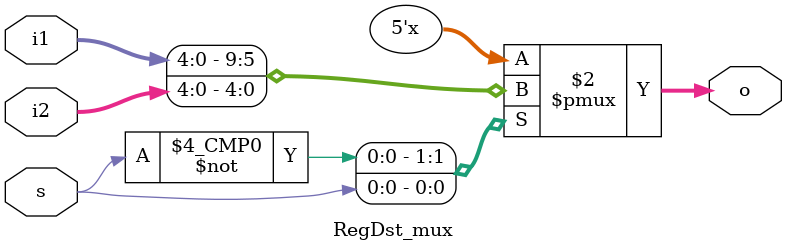
<source format=v>
`timescale 1ns / 1ps


module RegDst_mux(
    input s,
    input [4:0] i1,
    input [4:0] i2,
    output reg [4:0] o
    );
    always@(*)
      begin
        case (s)
          1'b0: o = i1;
          1'b1: o = i2;
        endcase
      end
endmodule

</source>
